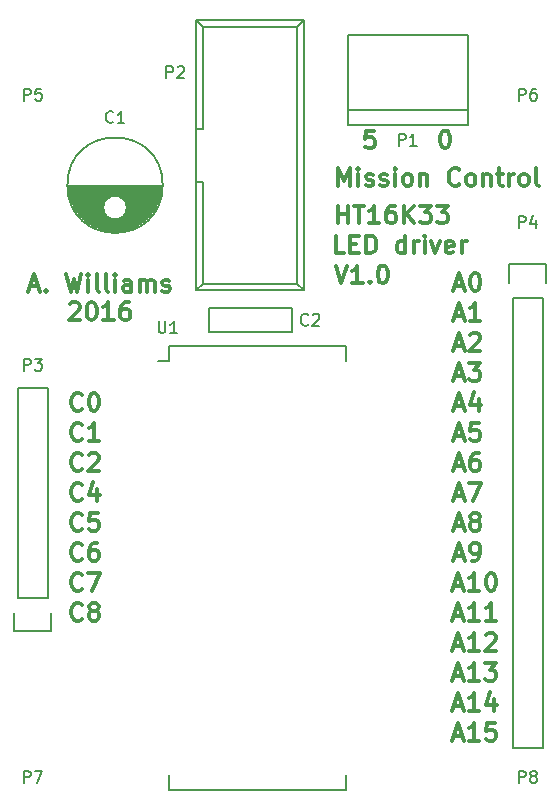
<source format=gbr>
G04 #@! TF.FileFunction,Legend,Top*
%FSLAX46Y46*%
G04 Gerber Fmt 4.6, Leading zero omitted, Abs format (unit mm)*
G04 Created by KiCad (PCBNEW 4.0.2-stable) date 14/03/2016 9:25:42 PM*
%MOMM*%
G01*
G04 APERTURE LIST*
%ADD10C,0.100000*%
%ADD11C,0.300000*%
%ADD12C,0.150000*%
G04 APERTURE END LIST*
D10*
D11*
X185348572Y-69663571D02*
X185491429Y-69663571D01*
X185634286Y-69735000D01*
X185705715Y-69806429D01*
X185777144Y-69949286D01*
X185848572Y-70235000D01*
X185848572Y-70592143D01*
X185777144Y-70877857D01*
X185705715Y-71020714D01*
X185634286Y-71092143D01*
X185491429Y-71163571D01*
X185348572Y-71163571D01*
X185205715Y-71092143D01*
X185134286Y-71020714D01*
X185062858Y-70877857D01*
X184991429Y-70592143D01*
X184991429Y-70235000D01*
X185062858Y-69949286D01*
X185134286Y-69806429D01*
X185205715Y-69735000D01*
X185348572Y-69663571D01*
X179427144Y-69663571D02*
X178712858Y-69663571D01*
X178641429Y-70377857D01*
X178712858Y-70306429D01*
X178855715Y-70235000D01*
X179212858Y-70235000D01*
X179355715Y-70306429D01*
X179427144Y-70377857D01*
X179498572Y-70520714D01*
X179498572Y-70877857D01*
X179427144Y-71020714D01*
X179355715Y-71092143D01*
X179212858Y-71163571D01*
X178855715Y-71163571D01*
X178712858Y-71092143D01*
X178641429Y-71020714D01*
X176149286Y-81093571D02*
X176649286Y-82593571D01*
X177149286Y-81093571D01*
X178435000Y-82593571D02*
X177577857Y-82593571D01*
X178006429Y-82593571D02*
X178006429Y-81093571D01*
X177863572Y-81307857D01*
X177720714Y-81450714D01*
X177577857Y-81522143D01*
X179077857Y-82450714D02*
X179149285Y-82522143D01*
X179077857Y-82593571D01*
X179006428Y-82522143D01*
X179077857Y-82450714D01*
X179077857Y-82593571D01*
X180077857Y-81093571D02*
X180220714Y-81093571D01*
X180363571Y-81165000D01*
X180435000Y-81236429D01*
X180506429Y-81379286D01*
X180577857Y-81665000D01*
X180577857Y-82022143D01*
X180506429Y-82307857D01*
X180435000Y-82450714D01*
X180363571Y-82522143D01*
X180220714Y-82593571D01*
X180077857Y-82593571D01*
X179935000Y-82522143D01*
X179863571Y-82450714D01*
X179792143Y-82307857D01*
X179720714Y-82022143D01*
X179720714Y-81665000D01*
X179792143Y-81379286D01*
X179863571Y-81236429D01*
X179935000Y-81165000D01*
X180077857Y-81093571D01*
X150281428Y-82870000D02*
X150995714Y-82870000D01*
X150138571Y-83298571D02*
X150638571Y-81798571D01*
X151138571Y-83298571D01*
X151638571Y-83155714D02*
X151709999Y-83227143D01*
X151638571Y-83298571D01*
X151567142Y-83227143D01*
X151638571Y-83155714D01*
X151638571Y-83298571D01*
X153352857Y-81798571D02*
X153710000Y-83298571D01*
X153995714Y-82227143D01*
X154281428Y-83298571D01*
X154638571Y-81798571D01*
X155210000Y-83298571D02*
X155210000Y-82298571D01*
X155210000Y-81798571D02*
X155138571Y-81870000D01*
X155210000Y-81941429D01*
X155281428Y-81870000D01*
X155210000Y-81798571D01*
X155210000Y-81941429D01*
X156138572Y-83298571D02*
X155995714Y-83227143D01*
X155924286Y-83084286D01*
X155924286Y-81798571D01*
X156924286Y-83298571D02*
X156781428Y-83227143D01*
X156710000Y-83084286D01*
X156710000Y-81798571D01*
X157495714Y-83298571D02*
X157495714Y-82298571D01*
X157495714Y-81798571D02*
X157424285Y-81870000D01*
X157495714Y-81941429D01*
X157567142Y-81870000D01*
X157495714Y-81798571D01*
X157495714Y-81941429D01*
X158852857Y-83298571D02*
X158852857Y-82512857D01*
X158781428Y-82370000D01*
X158638571Y-82298571D01*
X158352857Y-82298571D01*
X158210000Y-82370000D01*
X158852857Y-83227143D02*
X158710000Y-83298571D01*
X158352857Y-83298571D01*
X158210000Y-83227143D01*
X158138571Y-83084286D01*
X158138571Y-82941429D01*
X158210000Y-82798571D01*
X158352857Y-82727143D01*
X158710000Y-82727143D01*
X158852857Y-82655714D01*
X159567143Y-83298571D02*
X159567143Y-82298571D01*
X159567143Y-82441429D02*
X159638571Y-82370000D01*
X159781429Y-82298571D01*
X159995714Y-82298571D01*
X160138571Y-82370000D01*
X160210000Y-82512857D01*
X160210000Y-83298571D01*
X160210000Y-82512857D02*
X160281429Y-82370000D01*
X160424286Y-82298571D01*
X160638571Y-82298571D01*
X160781429Y-82370000D01*
X160852857Y-82512857D01*
X160852857Y-83298571D01*
X161495714Y-83227143D02*
X161638571Y-83298571D01*
X161924286Y-83298571D01*
X162067143Y-83227143D01*
X162138571Y-83084286D01*
X162138571Y-83012857D01*
X162067143Y-82870000D01*
X161924286Y-82798571D01*
X161710000Y-82798571D01*
X161567143Y-82727143D01*
X161495714Y-82584286D01*
X161495714Y-82512857D01*
X161567143Y-82370000D01*
X161710000Y-82298571D01*
X161924286Y-82298571D01*
X162067143Y-82370000D01*
X153638572Y-84341429D02*
X153710001Y-84270000D01*
X153852858Y-84198571D01*
X154210001Y-84198571D01*
X154352858Y-84270000D01*
X154424287Y-84341429D01*
X154495715Y-84484286D01*
X154495715Y-84627143D01*
X154424287Y-84841429D01*
X153567144Y-85698571D01*
X154495715Y-85698571D01*
X155424286Y-84198571D02*
X155567143Y-84198571D01*
X155710000Y-84270000D01*
X155781429Y-84341429D01*
X155852858Y-84484286D01*
X155924286Y-84770000D01*
X155924286Y-85127143D01*
X155852858Y-85412857D01*
X155781429Y-85555714D01*
X155710000Y-85627143D01*
X155567143Y-85698571D01*
X155424286Y-85698571D01*
X155281429Y-85627143D01*
X155210000Y-85555714D01*
X155138572Y-85412857D01*
X155067143Y-85127143D01*
X155067143Y-84770000D01*
X155138572Y-84484286D01*
X155210000Y-84341429D01*
X155281429Y-84270000D01*
X155424286Y-84198571D01*
X157352857Y-85698571D02*
X156495714Y-85698571D01*
X156924286Y-85698571D02*
X156924286Y-84198571D01*
X156781429Y-84412857D01*
X156638571Y-84555714D01*
X156495714Y-84627143D01*
X158638571Y-84198571D02*
X158352857Y-84198571D01*
X158210000Y-84270000D01*
X158138571Y-84341429D01*
X157995714Y-84555714D01*
X157924285Y-84841429D01*
X157924285Y-85412857D01*
X157995714Y-85555714D01*
X158067142Y-85627143D01*
X158210000Y-85698571D01*
X158495714Y-85698571D01*
X158638571Y-85627143D01*
X158710000Y-85555714D01*
X158781428Y-85412857D01*
X158781428Y-85055714D01*
X158710000Y-84912857D01*
X158638571Y-84841429D01*
X158495714Y-84770000D01*
X158210000Y-84770000D01*
X158067142Y-84841429D01*
X157995714Y-84912857D01*
X157924285Y-85055714D01*
X176895715Y-80053571D02*
X176181429Y-80053571D01*
X176181429Y-78553571D01*
X177395715Y-79267857D02*
X177895715Y-79267857D01*
X178110001Y-80053571D02*
X177395715Y-80053571D01*
X177395715Y-78553571D01*
X178110001Y-78553571D01*
X178752858Y-80053571D02*
X178752858Y-78553571D01*
X179110001Y-78553571D01*
X179324286Y-78625000D01*
X179467144Y-78767857D01*
X179538572Y-78910714D01*
X179610001Y-79196429D01*
X179610001Y-79410714D01*
X179538572Y-79696429D01*
X179467144Y-79839286D01*
X179324286Y-79982143D01*
X179110001Y-80053571D01*
X178752858Y-80053571D01*
X182038572Y-80053571D02*
X182038572Y-78553571D01*
X182038572Y-79982143D02*
X181895715Y-80053571D01*
X181610001Y-80053571D01*
X181467143Y-79982143D01*
X181395715Y-79910714D01*
X181324286Y-79767857D01*
X181324286Y-79339286D01*
X181395715Y-79196429D01*
X181467143Y-79125000D01*
X181610001Y-79053571D01*
X181895715Y-79053571D01*
X182038572Y-79125000D01*
X182752858Y-80053571D02*
X182752858Y-79053571D01*
X182752858Y-79339286D02*
X182824286Y-79196429D01*
X182895715Y-79125000D01*
X183038572Y-79053571D01*
X183181429Y-79053571D01*
X183681429Y-80053571D02*
X183681429Y-79053571D01*
X183681429Y-78553571D02*
X183610000Y-78625000D01*
X183681429Y-78696429D01*
X183752857Y-78625000D01*
X183681429Y-78553571D01*
X183681429Y-78696429D01*
X184252858Y-79053571D02*
X184610001Y-80053571D01*
X184967143Y-79053571D01*
X186110000Y-79982143D02*
X185967143Y-80053571D01*
X185681429Y-80053571D01*
X185538572Y-79982143D01*
X185467143Y-79839286D01*
X185467143Y-79267857D01*
X185538572Y-79125000D01*
X185681429Y-79053571D01*
X185967143Y-79053571D01*
X186110000Y-79125000D01*
X186181429Y-79267857D01*
X186181429Y-79410714D01*
X185467143Y-79553571D01*
X186824286Y-80053571D02*
X186824286Y-79053571D01*
X186824286Y-79339286D02*
X186895714Y-79196429D01*
X186967143Y-79125000D01*
X187110000Y-79053571D01*
X187252857Y-79053571D01*
X176367858Y-77513571D02*
X176367858Y-76013571D01*
X176367858Y-76727857D02*
X177225001Y-76727857D01*
X177225001Y-77513571D02*
X177225001Y-76013571D01*
X177725001Y-76013571D02*
X178582144Y-76013571D01*
X178153573Y-77513571D02*
X178153573Y-76013571D01*
X179867858Y-77513571D02*
X179010715Y-77513571D01*
X179439287Y-77513571D02*
X179439287Y-76013571D01*
X179296430Y-76227857D01*
X179153572Y-76370714D01*
X179010715Y-76442143D01*
X181153572Y-76013571D02*
X180867858Y-76013571D01*
X180725001Y-76085000D01*
X180653572Y-76156429D01*
X180510715Y-76370714D01*
X180439286Y-76656429D01*
X180439286Y-77227857D01*
X180510715Y-77370714D01*
X180582143Y-77442143D01*
X180725001Y-77513571D01*
X181010715Y-77513571D01*
X181153572Y-77442143D01*
X181225001Y-77370714D01*
X181296429Y-77227857D01*
X181296429Y-76870714D01*
X181225001Y-76727857D01*
X181153572Y-76656429D01*
X181010715Y-76585000D01*
X180725001Y-76585000D01*
X180582143Y-76656429D01*
X180510715Y-76727857D01*
X180439286Y-76870714D01*
X181939286Y-77513571D02*
X181939286Y-76013571D01*
X182796429Y-77513571D02*
X182153572Y-76656429D01*
X182796429Y-76013571D02*
X181939286Y-76870714D01*
X183296429Y-76013571D02*
X184225000Y-76013571D01*
X183725000Y-76585000D01*
X183939286Y-76585000D01*
X184082143Y-76656429D01*
X184153572Y-76727857D01*
X184225000Y-76870714D01*
X184225000Y-77227857D01*
X184153572Y-77370714D01*
X184082143Y-77442143D01*
X183939286Y-77513571D01*
X183510714Y-77513571D01*
X183367857Y-77442143D01*
X183296429Y-77370714D01*
X184725000Y-76013571D02*
X185653571Y-76013571D01*
X185153571Y-76585000D01*
X185367857Y-76585000D01*
X185510714Y-76656429D01*
X185582143Y-76727857D01*
X185653571Y-76870714D01*
X185653571Y-77227857D01*
X185582143Y-77370714D01*
X185510714Y-77442143D01*
X185367857Y-77513571D01*
X184939285Y-77513571D01*
X184796428Y-77442143D01*
X184725000Y-77370714D01*
X176356428Y-74338571D02*
X176356428Y-72838571D01*
X176856428Y-73910000D01*
X177356428Y-72838571D01*
X177356428Y-74338571D01*
X178070714Y-74338571D02*
X178070714Y-73338571D01*
X178070714Y-72838571D02*
X177999285Y-72910000D01*
X178070714Y-72981429D01*
X178142142Y-72910000D01*
X178070714Y-72838571D01*
X178070714Y-72981429D01*
X178713571Y-74267143D02*
X178856428Y-74338571D01*
X179142143Y-74338571D01*
X179285000Y-74267143D01*
X179356428Y-74124286D01*
X179356428Y-74052857D01*
X179285000Y-73910000D01*
X179142143Y-73838571D01*
X178927857Y-73838571D01*
X178785000Y-73767143D01*
X178713571Y-73624286D01*
X178713571Y-73552857D01*
X178785000Y-73410000D01*
X178927857Y-73338571D01*
X179142143Y-73338571D01*
X179285000Y-73410000D01*
X179927857Y-74267143D02*
X180070714Y-74338571D01*
X180356429Y-74338571D01*
X180499286Y-74267143D01*
X180570714Y-74124286D01*
X180570714Y-74052857D01*
X180499286Y-73910000D01*
X180356429Y-73838571D01*
X180142143Y-73838571D01*
X179999286Y-73767143D01*
X179927857Y-73624286D01*
X179927857Y-73552857D01*
X179999286Y-73410000D01*
X180142143Y-73338571D01*
X180356429Y-73338571D01*
X180499286Y-73410000D01*
X181213572Y-74338571D02*
X181213572Y-73338571D01*
X181213572Y-72838571D02*
X181142143Y-72910000D01*
X181213572Y-72981429D01*
X181285000Y-72910000D01*
X181213572Y-72838571D01*
X181213572Y-72981429D01*
X182142144Y-74338571D02*
X181999286Y-74267143D01*
X181927858Y-74195714D01*
X181856429Y-74052857D01*
X181856429Y-73624286D01*
X181927858Y-73481429D01*
X181999286Y-73410000D01*
X182142144Y-73338571D01*
X182356429Y-73338571D01*
X182499286Y-73410000D01*
X182570715Y-73481429D01*
X182642144Y-73624286D01*
X182642144Y-74052857D01*
X182570715Y-74195714D01*
X182499286Y-74267143D01*
X182356429Y-74338571D01*
X182142144Y-74338571D01*
X183285001Y-73338571D02*
X183285001Y-74338571D01*
X183285001Y-73481429D02*
X183356429Y-73410000D01*
X183499287Y-73338571D01*
X183713572Y-73338571D01*
X183856429Y-73410000D01*
X183927858Y-73552857D01*
X183927858Y-74338571D01*
X186642144Y-74195714D02*
X186570715Y-74267143D01*
X186356429Y-74338571D01*
X186213572Y-74338571D01*
X185999287Y-74267143D01*
X185856429Y-74124286D01*
X185785001Y-73981429D01*
X185713572Y-73695714D01*
X185713572Y-73481429D01*
X185785001Y-73195714D01*
X185856429Y-73052857D01*
X185999287Y-72910000D01*
X186213572Y-72838571D01*
X186356429Y-72838571D01*
X186570715Y-72910000D01*
X186642144Y-72981429D01*
X187499287Y-74338571D02*
X187356429Y-74267143D01*
X187285001Y-74195714D01*
X187213572Y-74052857D01*
X187213572Y-73624286D01*
X187285001Y-73481429D01*
X187356429Y-73410000D01*
X187499287Y-73338571D01*
X187713572Y-73338571D01*
X187856429Y-73410000D01*
X187927858Y-73481429D01*
X187999287Y-73624286D01*
X187999287Y-74052857D01*
X187927858Y-74195714D01*
X187856429Y-74267143D01*
X187713572Y-74338571D01*
X187499287Y-74338571D01*
X188642144Y-73338571D02*
X188642144Y-74338571D01*
X188642144Y-73481429D02*
X188713572Y-73410000D01*
X188856430Y-73338571D01*
X189070715Y-73338571D01*
X189213572Y-73410000D01*
X189285001Y-73552857D01*
X189285001Y-74338571D01*
X189785001Y-73338571D02*
X190356430Y-73338571D01*
X189999287Y-72838571D02*
X189999287Y-74124286D01*
X190070715Y-74267143D01*
X190213573Y-74338571D01*
X190356430Y-74338571D01*
X190856430Y-74338571D02*
X190856430Y-73338571D01*
X190856430Y-73624286D02*
X190927858Y-73481429D01*
X190999287Y-73410000D01*
X191142144Y-73338571D01*
X191285001Y-73338571D01*
X191999287Y-74338571D02*
X191856429Y-74267143D01*
X191785001Y-74195714D01*
X191713572Y-74052857D01*
X191713572Y-73624286D01*
X191785001Y-73481429D01*
X191856429Y-73410000D01*
X191999287Y-73338571D01*
X192213572Y-73338571D01*
X192356429Y-73410000D01*
X192427858Y-73481429D01*
X192499287Y-73624286D01*
X192499287Y-74052857D01*
X192427858Y-74195714D01*
X192356429Y-74267143D01*
X192213572Y-74338571D01*
X191999287Y-74338571D01*
X193356430Y-74338571D02*
X193213572Y-74267143D01*
X193142144Y-74124286D01*
X193142144Y-72838571D01*
X154690001Y-111025714D02*
X154618572Y-111097143D01*
X154404286Y-111168571D01*
X154261429Y-111168571D01*
X154047144Y-111097143D01*
X153904286Y-110954286D01*
X153832858Y-110811429D01*
X153761429Y-110525714D01*
X153761429Y-110311429D01*
X153832858Y-110025714D01*
X153904286Y-109882857D01*
X154047144Y-109740000D01*
X154261429Y-109668571D01*
X154404286Y-109668571D01*
X154618572Y-109740000D01*
X154690001Y-109811429D01*
X155547144Y-110311429D02*
X155404286Y-110240000D01*
X155332858Y-110168571D01*
X155261429Y-110025714D01*
X155261429Y-109954286D01*
X155332858Y-109811429D01*
X155404286Y-109740000D01*
X155547144Y-109668571D01*
X155832858Y-109668571D01*
X155975715Y-109740000D01*
X156047144Y-109811429D01*
X156118572Y-109954286D01*
X156118572Y-110025714D01*
X156047144Y-110168571D01*
X155975715Y-110240000D01*
X155832858Y-110311429D01*
X155547144Y-110311429D01*
X155404286Y-110382857D01*
X155332858Y-110454286D01*
X155261429Y-110597143D01*
X155261429Y-110882857D01*
X155332858Y-111025714D01*
X155404286Y-111097143D01*
X155547144Y-111168571D01*
X155832858Y-111168571D01*
X155975715Y-111097143D01*
X156047144Y-111025714D01*
X156118572Y-110882857D01*
X156118572Y-110597143D01*
X156047144Y-110454286D01*
X155975715Y-110382857D01*
X155832858Y-110311429D01*
X154690001Y-108485714D02*
X154618572Y-108557143D01*
X154404286Y-108628571D01*
X154261429Y-108628571D01*
X154047144Y-108557143D01*
X153904286Y-108414286D01*
X153832858Y-108271429D01*
X153761429Y-107985714D01*
X153761429Y-107771429D01*
X153832858Y-107485714D01*
X153904286Y-107342857D01*
X154047144Y-107200000D01*
X154261429Y-107128571D01*
X154404286Y-107128571D01*
X154618572Y-107200000D01*
X154690001Y-107271429D01*
X155190001Y-107128571D02*
X156190001Y-107128571D01*
X155547144Y-108628571D01*
X154690001Y-105945714D02*
X154618572Y-106017143D01*
X154404286Y-106088571D01*
X154261429Y-106088571D01*
X154047144Y-106017143D01*
X153904286Y-105874286D01*
X153832858Y-105731429D01*
X153761429Y-105445714D01*
X153761429Y-105231429D01*
X153832858Y-104945714D01*
X153904286Y-104802857D01*
X154047144Y-104660000D01*
X154261429Y-104588571D01*
X154404286Y-104588571D01*
X154618572Y-104660000D01*
X154690001Y-104731429D01*
X155975715Y-104588571D02*
X155690001Y-104588571D01*
X155547144Y-104660000D01*
X155475715Y-104731429D01*
X155332858Y-104945714D01*
X155261429Y-105231429D01*
X155261429Y-105802857D01*
X155332858Y-105945714D01*
X155404286Y-106017143D01*
X155547144Y-106088571D01*
X155832858Y-106088571D01*
X155975715Y-106017143D01*
X156047144Y-105945714D01*
X156118572Y-105802857D01*
X156118572Y-105445714D01*
X156047144Y-105302857D01*
X155975715Y-105231429D01*
X155832858Y-105160000D01*
X155547144Y-105160000D01*
X155404286Y-105231429D01*
X155332858Y-105302857D01*
X155261429Y-105445714D01*
X154690001Y-103405714D02*
X154618572Y-103477143D01*
X154404286Y-103548571D01*
X154261429Y-103548571D01*
X154047144Y-103477143D01*
X153904286Y-103334286D01*
X153832858Y-103191429D01*
X153761429Y-102905714D01*
X153761429Y-102691429D01*
X153832858Y-102405714D01*
X153904286Y-102262857D01*
X154047144Y-102120000D01*
X154261429Y-102048571D01*
X154404286Y-102048571D01*
X154618572Y-102120000D01*
X154690001Y-102191429D01*
X156047144Y-102048571D02*
X155332858Y-102048571D01*
X155261429Y-102762857D01*
X155332858Y-102691429D01*
X155475715Y-102620000D01*
X155832858Y-102620000D01*
X155975715Y-102691429D01*
X156047144Y-102762857D01*
X156118572Y-102905714D01*
X156118572Y-103262857D01*
X156047144Y-103405714D01*
X155975715Y-103477143D01*
X155832858Y-103548571D01*
X155475715Y-103548571D01*
X155332858Y-103477143D01*
X155261429Y-103405714D01*
X154690001Y-100865714D02*
X154618572Y-100937143D01*
X154404286Y-101008571D01*
X154261429Y-101008571D01*
X154047144Y-100937143D01*
X153904286Y-100794286D01*
X153832858Y-100651429D01*
X153761429Y-100365714D01*
X153761429Y-100151429D01*
X153832858Y-99865714D01*
X153904286Y-99722857D01*
X154047144Y-99580000D01*
X154261429Y-99508571D01*
X154404286Y-99508571D01*
X154618572Y-99580000D01*
X154690001Y-99651429D01*
X155975715Y-100008571D02*
X155975715Y-101008571D01*
X155618572Y-99437143D02*
X155261429Y-100508571D01*
X156190001Y-100508571D01*
X154690001Y-98325714D02*
X154618572Y-98397143D01*
X154404286Y-98468571D01*
X154261429Y-98468571D01*
X154047144Y-98397143D01*
X153904286Y-98254286D01*
X153832858Y-98111429D01*
X153761429Y-97825714D01*
X153761429Y-97611429D01*
X153832858Y-97325714D01*
X153904286Y-97182857D01*
X154047144Y-97040000D01*
X154261429Y-96968571D01*
X154404286Y-96968571D01*
X154618572Y-97040000D01*
X154690001Y-97111429D01*
X155261429Y-97111429D02*
X155332858Y-97040000D01*
X155475715Y-96968571D01*
X155832858Y-96968571D01*
X155975715Y-97040000D01*
X156047144Y-97111429D01*
X156118572Y-97254286D01*
X156118572Y-97397143D01*
X156047144Y-97611429D01*
X155190001Y-98468571D01*
X156118572Y-98468571D01*
X154690001Y-95785714D02*
X154618572Y-95857143D01*
X154404286Y-95928571D01*
X154261429Y-95928571D01*
X154047144Y-95857143D01*
X153904286Y-95714286D01*
X153832858Y-95571429D01*
X153761429Y-95285714D01*
X153761429Y-95071429D01*
X153832858Y-94785714D01*
X153904286Y-94642857D01*
X154047144Y-94500000D01*
X154261429Y-94428571D01*
X154404286Y-94428571D01*
X154618572Y-94500000D01*
X154690001Y-94571429D01*
X156118572Y-95928571D02*
X155261429Y-95928571D01*
X155690001Y-95928571D02*
X155690001Y-94428571D01*
X155547144Y-94642857D01*
X155404286Y-94785714D01*
X155261429Y-94857143D01*
X154690001Y-93245714D02*
X154618572Y-93317143D01*
X154404286Y-93388571D01*
X154261429Y-93388571D01*
X154047144Y-93317143D01*
X153904286Y-93174286D01*
X153832858Y-93031429D01*
X153761429Y-92745714D01*
X153761429Y-92531429D01*
X153832858Y-92245714D01*
X153904286Y-92102857D01*
X154047144Y-91960000D01*
X154261429Y-91888571D01*
X154404286Y-91888571D01*
X154618572Y-91960000D01*
X154690001Y-92031429D01*
X155618572Y-91888571D02*
X155761429Y-91888571D01*
X155904286Y-91960000D01*
X155975715Y-92031429D01*
X156047144Y-92174286D01*
X156118572Y-92460000D01*
X156118572Y-92817143D01*
X156047144Y-93102857D01*
X155975715Y-93245714D01*
X155904286Y-93317143D01*
X155761429Y-93388571D01*
X155618572Y-93388571D01*
X155475715Y-93317143D01*
X155404286Y-93245714D01*
X155332858Y-93102857D01*
X155261429Y-92817143D01*
X155261429Y-92460000D01*
X155332858Y-92174286D01*
X155404286Y-92031429D01*
X155475715Y-91960000D01*
X155618572Y-91888571D01*
X186174286Y-120900000D02*
X186888572Y-120900000D01*
X186031429Y-121328571D02*
X186531429Y-119828571D01*
X187031429Y-121328571D01*
X188317143Y-121328571D02*
X187460000Y-121328571D01*
X187888572Y-121328571D02*
X187888572Y-119828571D01*
X187745715Y-120042857D01*
X187602857Y-120185714D01*
X187460000Y-120257143D01*
X189674286Y-119828571D02*
X188960000Y-119828571D01*
X188888571Y-120542857D01*
X188960000Y-120471429D01*
X189102857Y-120400000D01*
X189460000Y-120400000D01*
X189602857Y-120471429D01*
X189674286Y-120542857D01*
X189745714Y-120685714D01*
X189745714Y-121042857D01*
X189674286Y-121185714D01*
X189602857Y-121257143D01*
X189460000Y-121328571D01*
X189102857Y-121328571D01*
X188960000Y-121257143D01*
X188888571Y-121185714D01*
X186174286Y-118360000D02*
X186888572Y-118360000D01*
X186031429Y-118788571D02*
X186531429Y-117288571D01*
X187031429Y-118788571D01*
X188317143Y-118788571D02*
X187460000Y-118788571D01*
X187888572Y-118788571D02*
X187888572Y-117288571D01*
X187745715Y-117502857D01*
X187602857Y-117645714D01*
X187460000Y-117717143D01*
X189602857Y-117788571D02*
X189602857Y-118788571D01*
X189245714Y-117217143D02*
X188888571Y-118288571D01*
X189817143Y-118288571D01*
X186174286Y-115820000D02*
X186888572Y-115820000D01*
X186031429Y-116248571D02*
X186531429Y-114748571D01*
X187031429Y-116248571D01*
X188317143Y-116248571D02*
X187460000Y-116248571D01*
X187888572Y-116248571D02*
X187888572Y-114748571D01*
X187745715Y-114962857D01*
X187602857Y-115105714D01*
X187460000Y-115177143D01*
X188817143Y-114748571D02*
X189745714Y-114748571D01*
X189245714Y-115320000D01*
X189460000Y-115320000D01*
X189602857Y-115391429D01*
X189674286Y-115462857D01*
X189745714Y-115605714D01*
X189745714Y-115962857D01*
X189674286Y-116105714D01*
X189602857Y-116177143D01*
X189460000Y-116248571D01*
X189031428Y-116248571D01*
X188888571Y-116177143D01*
X188817143Y-116105714D01*
X186174286Y-113280000D02*
X186888572Y-113280000D01*
X186031429Y-113708571D02*
X186531429Y-112208571D01*
X187031429Y-113708571D01*
X188317143Y-113708571D02*
X187460000Y-113708571D01*
X187888572Y-113708571D02*
X187888572Y-112208571D01*
X187745715Y-112422857D01*
X187602857Y-112565714D01*
X187460000Y-112637143D01*
X188888571Y-112351429D02*
X188960000Y-112280000D01*
X189102857Y-112208571D01*
X189460000Y-112208571D01*
X189602857Y-112280000D01*
X189674286Y-112351429D01*
X189745714Y-112494286D01*
X189745714Y-112637143D01*
X189674286Y-112851429D01*
X188817143Y-113708571D01*
X189745714Y-113708571D01*
X186174286Y-110740000D02*
X186888572Y-110740000D01*
X186031429Y-111168571D02*
X186531429Y-109668571D01*
X187031429Y-111168571D01*
X188317143Y-111168571D02*
X187460000Y-111168571D01*
X187888572Y-111168571D02*
X187888572Y-109668571D01*
X187745715Y-109882857D01*
X187602857Y-110025714D01*
X187460000Y-110097143D01*
X189745714Y-111168571D02*
X188888571Y-111168571D01*
X189317143Y-111168571D02*
X189317143Y-109668571D01*
X189174286Y-109882857D01*
X189031428Y-110025714D01*
X188888571Y-110097143D01*
X186174286Y-108200000D02*
X186888572Y-108200000D01*
X186031429Y-108628571D02*
X186531429Y-107128571D01*
X187031429Y-108628571D01*
X188317143Y-108628571D02*
X187460000Y-108628571D01*
X187888572Y-108628571D02*
X187888572Y-107128571D01*
X187745715Y-107342857D01*
X187602857Y-107485714D01*
X187460000Y-107557143D01*
X189245714Y-107128571D02*
X189388571Y-107128571D01*
X189531428Y-107200000D01*
X189602857Y-107271429D01*
X189674286Y-107414286D01*
X189745714Y-107700000D01*
X189745714Y-108057143D01*
X189674286Y-108342857D01*
X189602857Y-108485714D01*
X189531428Y-108557143D01*
X189388571Y-108628571D01*
X189245714Y-108628571D01*
X189102857Y-108557143D01*
X189031428Y-108485714D01*
X188960000Y-108342857D01*
X188888571Y-108057143D01*
X188888571Y-107700000D01*
X188960000Y-107414286D01*
X189031428Y-107271429D01*
X189102857Y-107200000D01*
X189245714Y-107128571D01*
X186253572Y-105660000D02*
X186967858Y-105660000D01*
X186110715Y-106088571D02*
X186610715Y-104588571D01*
X187110715Y-106088571D01*
X187682143Y-106088571D02*
X187967858Y-106088571D01*
X188110715Y-106017143D01*
X188182143Y-105945714D01*
X188325001Y-105731429D01*
X188396429Y-105445714D01*
X188396429Y-104874286D01*
X188325001Y-104731429D01*
X188253572Y-104660000D01*
X188110715Y-104588571D01*
X187825001Y-104588571D01*
X187682143Y-104660000D01*
X187610715Y-104731429D01*
X187539286Y-104874286D01*
X187539286Y-105231429D01*
X187610715Y-105374286D01*
X187682143Y-105445714D01*
X187825001Y-105517143D01*
X188110715Y-105517143D01*
X188253572Y-105445714D01*
X188325001Y-105374286D01*
X188396429Y-105231429D01*
X186253572Y-103120000D02*
X186967858Y-103120000D01*
X186110715Y-103548571D02*
X186610715Y-102048571D01*
X187110715Y-103548571D01*
X187825001Y-102691429D02*
X187682143Y-102620000D01*
X187610715Y-102548571D01*
X187539286Y-102405714D01*
X187539286Y-102334286D01*
X187610715Y-102191429D01*
X187682143Y-102120000D01*
X187825001Y-102048571D01*
X188110715Y-102048571D01*
X188253572Y-102120000D01*
X188325001Y-102191429D01*
X188396429Y-102334286D01*
X188396429Y-102405714D01*
X188325001Y-102548571D01*
X188253572Y-102620000D01*
X188110715Y-102691429D01*
X187825001Y-102691429D01*
X187682143Y-102762857D01*
X187610715Y-102834286D01*
X187539286Y-102977143D01*
X187539286Y-103262857D01*
X187610715Y-103405714D01*
X187682143Y-103477143D01*
X187825001Y-103548571D01*
X188110715Y-103548571D01*
X188253572Y-103477143D01*
X188325001Y-103405714D01*
X188396429Y-103262857D01*
X188396429Y-102977143D01*
X188325001Y-102834286D01*
X188253572Y-102762857D01*
X188110715Y-102691429D01*
X186253572Y-100580000D02*
X186967858Y-100580000D01*
X186110715Y-101008571D02*
X186610715Y-99508571D01*
X187110715Y-101008571D01*
X187467858Y-99508571D02*
X188467858Y-99508571D01*
X187825001Y-101008571D01*
X186253572Y-98040000D02*
X186967858Y-98040000D01*
X186110715Y-98468571D02*
X186610715Y-96968571D01*
X187110715Y-98468571D01*
X188253572Y-96968571D02*
X187967858Y-96968571D01*
X187825001Y-97040000D01*
X187753572Y-97111429D01*
X187610715Y-97325714D01*
X187539286Y-97611429D01*
X187539286Y-98182857D01*
X187610715Y-98325714D01*
X187682143Y-98397143D01*
X187825001Y-98468571D01*
X188110715Y-98468571D01*
X188253572Y-98397143D01*
X188325001Y-98325714D01*
X188396429Y-98182857D01*
X188396429Y-97825714D01*
X188325001Y-97682857D01*
X188253572Y-97611429D01*
X188110715Y-97540000D01*
X187825001Y-97540000D01*
X187682143Y-97611429D01*
X187610715Y-97682857D01*
X187539286Y-97825714D01*
X186253572Y-95500000D02*
X186967858Y-95500000D01*
X186110715Y-95928571D02*
X186610715Y-94428571D01*
X187110715Y-95928571D01*
X188325001Y-94428571D02*
X187610715Y-94428571D01*
X187539286Y-95142857D01*
X187610715Y-95071429D01*
X187753572Y-95000000D01*
X188110715Y-95000000D01*
X188253572Y-95071429D01*
X188325001Y-95142857D01*
X188396429Y-95285714D01*
X188396429Y-95642857D01*
X188325001Y-95785714D01*
X188253572Y-95857143D01*
X188110715Y-95928571D01*
X187753572Y-95928571D01*
X187610715Y-95857143D01*
X187539286Y-95785714D01*
X186253572Y-92960000D02*
X186967858Y-92960000D01*
X186110715Y-93388571D02*
X186610715Y-91888571D01*
X187110715Y-93388571D01*
X188253572Y-92388571D02*
X188253572Y-93388571D01*
X187896429Y-91817143D02*
X187539286Y-92888571D01*
X188467858Y-92888571D01*
X186253572Y-90420000D02*
X186967858Y-90420000D01*
X186110715Y-90848571D02*
X186610715Y-89348571D01*
X187110715Y-90848571D01*
X187467858Y-89348571D02*
X188396429Y-89348571D01*
X187896429Y-89920000D01*
X188110715Y-89920000D01*
X188253572Y-89991429D01*
X188325001Y-90062857D01*
X188396429Y-90205714D01*
X188396429Y-90562857D01*
X188325001Y-90705714D01*
X188253572Y-90777143D01*
X188110715Y-90848571D01*
X187682143Y-90848571D01*
X187539286Y-90777143D01*
X187467858Y-90705714D01*
X186253572Y-87880000D02*
X186967858Y-87880000D01*
X186110715Y-88308571D02*
X186610715Y-86808571D01*
X187110715Y-88308571D01*
X187539286Y-86951429D02*
X187610715Y-86880000D01*
X187753572Y-86808571D01*
X188110715Y-86808571D01*
X188253572Y-86880000D01*
X188325001Y-86951429D01*
X188396429Y-87094286D01*
X188396429Y-87237143D01*
X188325001Y-87451429D01*
X187467858Y-88308571D01*
X188396429Y-88308571D01*
X186253572Y-85340000D02*
X186967858Y-85340000D01*
X186110715Y-85768571D02*
X186610715Y-84268571D01*
X187110715Y-85768571D01*
X188396429Y-85768571D02*
X187539286Y-85768571D01*
X187967858Y-85768571D02*
X187967858Y-84268571D01*
X187825001Y-84482857D01*
X187682143Y-84625714D01*
X187539286Y-84697143D01*
X186253572Y-82800000D02*
X186967858Y-82800000D01*
X186110715Y-83228571D02*
X186610715Y-81728571D01*
X187110715Y-83228571D01*
X187896429Y-81728571D02*
X188039286Y-81728571D01*
X188182143Y-81800000D01*
X188253572Y-81871429D01*
X188325001Y-82014286D01*
X188396429Y-82300000D01*
X188396429Y-82657143D01*
X188325001Y-82942857D01*
X188253572Y-83085714D01*
X188182143Y-83157143D01*
X188039286Y-83228571D01*
X187896429Y-83228571D01*
X187753572Y-83157143D01*
X187682143Y-83085714D01*
X187610715Y-82942857D01*
X187539286Y-82657143D01*
X187539286Y-82300000D01*
X187610715Y-82014286D01*
X187682143Y-81871429D01*
X187753572Y-81800000D01*
X187896429Y-81728571D01*
D12*
X161479000Y-74365000D02*
X153481000Y-74365000D01*
X161474000Y-74505000D02*
X153486000Y-74505000D01*
X161464000Y-74645000D02*
X153496000Y-74645000D01*
X161449000Y-74785000D02*
X153511000Y-74785000D01*
X161429000Y-74925000D02*
X153531000Y-74925000D01*
X161404000Y-75065000D02*
X153556000Y-75065000D01*
X161374000Y-75205000D02*
X157653000Y-75205000D01*
X157307000Y-75205000D02*
X153586000Y-75205000D01*
X161338000Y-75345000D02*
X158015000Y-75345000D01*
X156945000Y-75345000D02*
X153622000Y-75345000D01*
X161297000Y-75485000D02*
X158189000Y-75485000D01*
X156771000Y-75485000D02*
X153663000Y-75485000D01*
X161251000Y-75625000D02*
X158305000Y-75625000D01*
X156655000Y-75625000D02*
X153709000Y-75625000D01*
X161198000Y-75765000D02*
X158385000Y-75765000D01*
X156575000Y-75765000D02*
X153762000Y-75765000D01*
X161139000Y-75905000D02*
X158439000Y-75905000D01*
X156521000Y-75905000D02*
X153821000Y-75905000D01*
X161074000Y-76045000D02*
X158469000Y-76045000D01*
X156491000Y-76045000D02*
X153886000Y-76045000D01*
X161003000Y-76185000D02*
X158480000Y-76185000D01*
X156480000Y-76185000D02*
X153957000Y-76185000D01*
X160924000Y-76325000D02*
X158471000Y-76325000D01*
X156489000Y-76325000D02*
X154036000Y-76325000D01*
X160837000Y-76465000D02*
X158441000Y-76465000D01*
X156519000Y-76465000D02*
X154123000Y-76465000D01*
X160742000Y-76605000D02*
X158390000Y-76605000D01*
X156570000Y-76605000D02*
X154218000Y-76605000D01*
X160638000Y-76745000D02*
X158312000Y-76745000D01*
X156648000Y-76745000D02*
X154322000Y-76745000D01*
X160524000Y-76885000D02*
X158199000Y-76885000D01*
X156761000Y-76885000D02*
X154436000Y-76885000D01*
X160399000Y-77025000D02*
X158030000Y-77025000D01*
X156930000Y-77025000D02*
X154561000Y-77025000D01*
X160261000Y-77165000D02*
X157702000Y-77165000D01*
X157258000Y-77165000D02*
X154699000Y-77165000D01*
X160109000Y-77305000D02*
X154851000Y-77305000D01*
X159939000Y-77445000D02*
X155021000Y-77445000D01*
X159748000Y-77585000D02*
X155212000Y-77585000D01*
X159530000Y-77725000D02*
X155430000Y-77725000D01*
X159274000Y-77865000D02*
X155686000Y-77865000D01*
X158963000Y-78005000D02*
X155997000Y-78005000D01*
X158547000Y-78145000D02*
X156413000Y-78145000D01*
X157680000Y-78285000D02*
X157280000Y-78285000D01*
X158480000Y-76190000D02*
G75*
G03X158480000Y-76190000I-1000000J0D01*
G01*
X161517500Y-74290000D02*
G75*
G03X161517500Y-74290000I-4037500J0D01*
G01*
X172450000Y-86725000D02*
X165450000Y-86725000D01*
X165450000Y-86725000D02*
X165450000Y-84725000D01*
X165450000Y-84725000D02*
X172450000Y-84725000D01*
X172450000Y-84725000D02*
X172450000Y-86725000D01*
X187325000Y-67945000D02*
X177165000Y-67945000D01*
X187325000Y-69215000D02*
X187325000Y-61595000D01*
X187325000Y-61595000D02*
X177165000Y-61595000D01*
X177165000Y-61595000D02*
X177165000Y-69215000D01*
X177165000Y-69215000D02*
X187325000Y-69215000D01*
X173460000Y-60325000D02*
X173460000Y-83185000D01*
X172910000Y-60865000D02*
X172910000Y-82625000D01*
X164360000Y-60325000D02*
X164360000Y-83185000D01*
X164910000Y-60865000D02*
X164910000Y-69505000D01*
X164910000Y-74005000D02*
X164910000Y-82625000D01*
X164910000Y-69505000D02*
X164360000Y-69505000D01*
X164910000Y-74005000D02*
X164360000Y-74005000D01*
X173460000Y-60325000D02*
X164360000Y-60325000D01*
X172910000Y-60865000D02*
X164910000Y-60865000D01*
X173460000Y-83185000D02*
X164360000Y-83185000D01*
X172910000Y-82625000D02*
X164910000Y-82625000D01*
X173460000Y-60325000D02*
X172910000Y-60865000D01*
X173460000Y-83185000D02*
X172910000Y-82625000D01*
X164360000Y-60325000D02*
X164910000Y-60865000D01*
X164360000Y-83185000D02*
X164910000Y-82625000D01*
X149225000Y-109220000D02*
X149225000Y-91440000D01*
X149225000Y-91440000D02*
X151765000Y-91440000D01*
X151765000Y-91440000D02*
X151765000Y-109220000D01*
X148945000Y-112040000D02*
X148945000Y-110490000D01*
X149225000Y-109220000D02*
X151765000Y-109220000D01*
X152045000Y-110490000D02*
X152045000Y-112040000D01*
X152045000Y-112040000D02*
X148945000Y-112040000D01*
X191135000Y-83820000D02*
X191135000Y-121920000D01*
X191135000Y-121920000D02*
X193675000Y-121920000D01*
X193675000Y-121920000D02*
X193675000Y-83820000D01*
X193955000Y-81000000D02*
X193955000Y-82550000D01*
X193675000Y-83820000D02*
X191135000Y-83820000D01*
X190855000Y-82550000D02*
X190855000Y-81000000D01*
X190855000Y-81000000D02*
X193955000Y-81000000D01*
X162060000Y-87875000D02*
X162060000Y-89145000D01*
X177030000Y-87875000D02*
X177030000Y-89145000D01*
X177030000Y-125485000D02*
X177030000Y-124215000D01*
X162060000Y-125485000D02*
X162060000Y-124215000D01*
X162060000Y-87875000D02*
X177030000Y-87875000D01*
X162060000Y-125485000D02*
X177030000Y-125485000D01*
X162060000Y-89145000D02*
X161125000Y-89145000D01*
X157313334Y-68937143D02*
X157265715Y-68984762D01*
X157122858Y-69032381D01*
X157027620Y-69032381D01*
X156884762Y-68984762D01*
X156789524Y-68889524D01*
X156741905Y-68794286D01*
X156694286Y-68603810D01*
X156694286Y-68460952D01*
X156741905Y-68270476D01*
X156789524Y-68175238D01*
X156884762Y-68080000D01*
X157027620Y-68032381D01*
X157122858Y-68032381D01*
X157265715Y-68080000D01*
X157313334Y-68127619D01*
X158265715Y-69032381D02*
X157694286Y-69032381D01*
X157980000Y-69032381D02*
X157980000Y-68032381D01*
X157884762Y-68175238D01*
X157789524Y-68270476D01*
X157694286Y-68318095D01*
X173823334Y-86082143D02*
X173775715Y-86129762D01*
X173632858Y-86177381D01*
X173537620Y-86177381D01*
X173394762Y-86129762D01*
X173299524Y-86034524D01*
X173251905Y-85939286D01*
X173204286Y-85748810D01*
X173204286Y-85605952D01*
X173251905Y-85415476D01*
X173299524Y-85320238D01*
X173394762Y-85225000D01*
X173537620Y-85177381D01*
X173632858Y-85177381D01*
X173775715Y-85225000D01*
X173823334Y-85272619D01*
X174204286Y-85272619D02*
X174251905Y-85225000D01*
X174347143Y-85177381D01*
X174585239Y-85177381D01*
X174680477Y-85225000D01*
X174728096Y-85272619D01*
X174775715Y-85367857D01*
X174775715Y-85463095D01*
X174728096Y-85605952D01*
X174156667Y-86177381D01*
X174775715Y-86177381D01*
X181506905Y-70937381D02*
X181506905Y-69937381D01*
X181887858Y-69937381D01*
X181983096Y-69985000D01*
X182030715Y-70032619D01*
X182078334Y-70127857D01*
X182078334Y-70270714D01*
X182030715Y-70365952D01*
X181983096Y-70413571D01*
X181887858Y-70461190D01*
X181506905Y-70461190D01*
X183030715Y-70937381D02*
X182459286Y-70937381D01*
X182745000Y-70937381D02*
X182745000Y-69937381D01*
X182649762Y-70080238D01*
X182554524Y-70175476D01*
X182459286Y-70223095D01*
X161821905Y-65222381D02*
X161821905Y-64222381D01*
X162202858Y-64222381D01*
X162298096Y-64270000D01*
X162345715Y-64317619D01*
X162393334Y-64412857D01*
X162393334Y-64555714D01*
X162345715Y-64650952D01*
X162298096Y-64698571D01*
X162202858Y-64746190D01*
X161821905Y-64746190D01*
X162774286Y-64317619D02*
X162821905Y-64270000D01*
X162917143Y-64222381D01*
X163155239Y-64222381D01*
X163250477Y-64270000D01*
X163298096Y-64317619D01*
X163345715Y-64412857D01*
X163345715Y-64508095D01*
X163298096Y-64650952D01*
X162726667Y-65222381D01*
X163345715Y-65222381D01*
X149756905Y-89987381D02*
X149756905Y-88987381D01*
X150137858Y-88987381D01*
X150233096Y-89035000D01*
X150280715Y-89082619D01*
X150328334Y-89177857D01*
X150328334Y-89320714D01*
X150280715Y-89415952D01*
X150233096Y-89463571D01*
X150137858Y-89511190D01*
X149756905Y-89511190D01*
X150661667Y-88987381D02*
X151280715Y-88987381D01*
X150947381Y-89368333D01*
X151090239Y-89368333D01*
X151185477Y-89415952D01*
X151233096Y-89463571D01*
X151280715Y-89558810D01*
X151280715Y-89796905D01*
X151233096Y-89892143D01*
X151185477Y-89939762D01*
X151090239Y-89987381D01*
X150804524Y-89987381D01*
X150709286Y-89939762D01*
X150661667Y-89892143D01*
X191666905Y-77902381D02*
X191666905Y-76902381D01*
X192047858Y-76902381D01*
X192143096Y-76950000D01*
X192190715Y-76997619D01*
X192238334Y-77092857D01*
X192238334Y-77235714D01*
X192190715Y-77330952D01*
X192143096Y-77378571D01*
X192047858Y-77426190D01*
X191666905Y-77426190D01*
X193095477Y-77235714D02*
X193095477Y-77902381D01*
X192857381Y-76854762D02*
X192619286Y-77569048D01*
X193238334Y-77569048D01*
X161163095Y-85812381D02*
X161163095Y-86621905D01*
X161210714Y-86717143D01*
X161258333Y-86764762D01*
X161353571Y-86812381D01*
X161544048Y-86812381D01*
X161639286Y-86764762D01*
X161686905Y-86717143D01*
X161734524Y-86621905D01*
X161734524Y-85812381D01*
X162734524Y-86812381D02*
X162163095Y-86812381D01*
X162448809Y-86812381D02*
X162448809Y-85812381D01*
X162353571Y-85955238D01*
X162258333Y-86050476D01*
X162163095Y-86098095D01*
X149756905Y-67127381D02*
X149756905Y-66127381D01*
X150137858Y-66127381D01*
X150233096Y-66175000D01*
X150280715Y-66222619D01*
X150328334Y-66317857D01*
X150328334Y-66460714D01*
X150280715Y-66555952D01*
X150233096Y-66603571D01*
X150137858Y-66651190D01*
X149756905Y-66651190D01*
X151233096Y-66127381D02*
X150756905Y-66127381D01*
X150709286Y-66603571D01*
X150756905Y-66555952D01*
X150852143Y-66508333D01*
X151090239Y-66508333D01*
X151185477Y-66555952D01*
X151233096Y-66603571D01*
X151280715Y-66698810D01*
X151280715Y-66936905D01*
X151233096Y-67032143D01*
X151185477Y-67079762D01*
X151090239Y-67127381D01*
X150852143Y-67127381D01*
X150756905Y-67079762D01*
X150709286Y-67032143D01*
X191666905Y-67127381D02*
X191666905Y-66127381D01*
X192047858Y-66127381D01*
X192143096Y-66175000D01*
X192190715Y-66222619D01*
X192238334Y-66317857D01*
X192238334Y-66460714D01*
X192190715Y-66555952D01*
X192143096Y-66603571D01*
X192047858Y-66651190D01*
X191666905Y-66651190D01*
X193095477Y-66127381D02*
X192905000Y-66127381D01*
X192809762Y-66175000D01*
X192762143Y-66222619D01*
X192666905Y-66365476D01*
X192619286Y-66555952D01*
X192619286Y-66936905D01*
X192666905Y-67032143D01*
X192714524Y-67079762D01*
X192809762Y-67127381D01*
X193000239Y-67127381D01*
X193095477Y-67079762D01*
X193143096Y-67032143D01*
X193190715Y-66936905D01*
X193190715Y-66698810D01*
X193143096Y-66603571D01*
X193095477Y-66555952D01*
X193000239Y-66508333D01*
X192809762Y-66508333D01*
X192714524Y-66555952D01*
X192666905Y-66603571D01*
X192619286Y-66698810D01*
X149756905Y-124912381D02*
X149756905Y-123912381D01*
X150137858Y-123912381D01*
X150233096Y-123960000D01*
X150280715Y-124007619D01*
X150328334Y-124102857D01*
X150328334Y-124245714D01*
X150280715Y-124340952D01*
X150233096Y-124388571D01*
X150137858Y-124436190D01*
X149756905Y-124436190D01*
X150661667Y-123912381D02*
X151328334Y-123912381D01*
X150899762Y-124912381D01*
X191666905Y-124912381D02*
X191666905Y-123912381D01*
X192047858Y-123912381D01*
X192143096Y-123960000D01*
X192190715Y-124007619D01*
X192238334Y-124102857D01*
X192238334Y-124245714D01*
X192190715Y-124340952D01*
X192143096Y-124388571D01*
X192047858Y-124436190D01*
X191666905Y-124436190D01*
X192809762Y-124340952D02*
X192714524Y-124293333D01*
X192666905Y-124245714D01*
X192619286Y-124150476D01*
X192619286Y-124102857D01*
X192666905Y-124007619D01*
X192714524Y-123960000D01*
X192809762Y-123912381D01*
X193000239Y-123912381D01*
X193095477Y-123960000D01*
X193143096Y-124007619D01*
X193190715Y-124102857D01*
X193190715Y-124150476D01*
X193143096Y-124245714D01*
X193095477Y-124293333D01*
X193000239Y-124340952D01*
X192809762Y-124340952D01*
X192714524Y-124388571D01*
X192666905Y-124436190D01*
X192619286Y-124531429D01*
X192619286Y-124721905D01*
X192666905Y-124817143D01*
X192714524Y-124864762D01*
X192809762Y-124912381D01*
X193000239Y-124912381D01*
X193095477Y-124864762D01*
X193143096Y-124817143D01*
X193190715Y-124721905D01*
X193190715Y-124531429D01*
X193143096Y-124436190D01*
X193095477Y-124388571D01*
X193000239Y-124340952D01*
M02*

</source>
